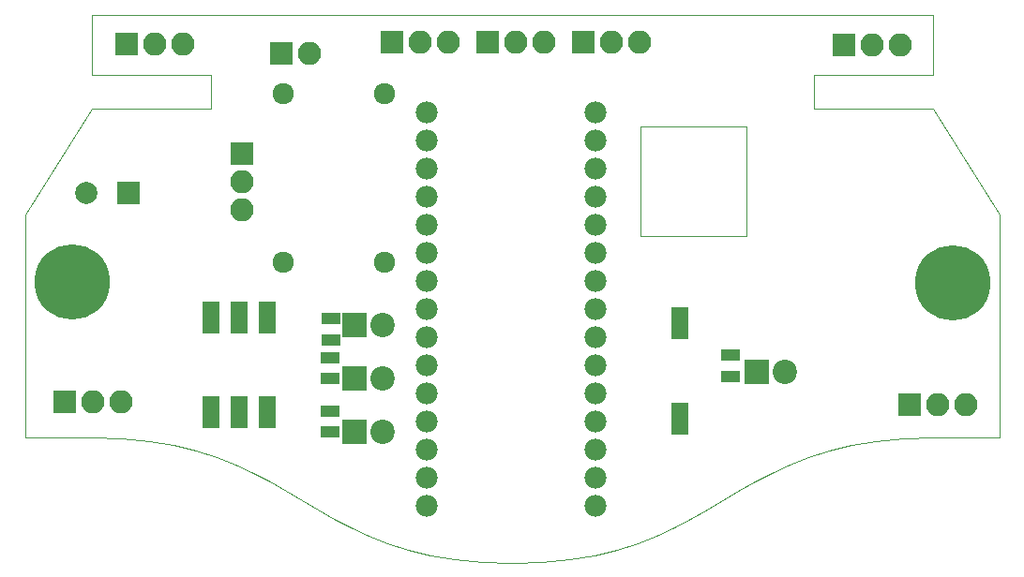
<source format=gts>
G04 #@! TF.FileFunction,Soldermask,Top*
%FSLAX46Y46*%
G04 Gerber Fmt 4.6, Leading zero omitted, Abs format (unit mm)*
G04 Created by KiCad (PCBNEW 4.0.7) date 11/19/18 15:24:20*
%MOMM*%
%LPD*%
G01*
G04 APERTURE LIST*
%ADD10C,0.100000*%
%ADD11R,1.520000X2.840000*%
%ADD12C,6.800000*%
%ADD13C,1.000000*%
%ADD14C,1.974800*%
%ADD15R,2.100000X2.100000*%
%ADD16O,2.100000X2.100000*%
%ADD17R,2.000000X2.000000*%
%ADD18C,2.000000*%
%ADD19R,2.200000X2.200000*%
%ADD20C,2.200000*%
%ADD21R,1.700000X1.100000*%
%ADD22C,1.924000*%
G04 APERTURE END LIST*
D10*
X61637263Y4929373D02*
X64496763Y6624314D01*
X82082253Y11450622D02*
X79370003Y11368426D01*
X76914253Y11133175D02*
X74686503Y10761875D01*
X65223532Y29662033D02*
X65223532Y39562033D01*
X55623532Y29662033D02*
X65223532Y29662033D01*
X72658253Y10271533D02*
X70801003Y9679154D01*
X69086253Y9001744D02*
X67485503Y8256310D01*
X23652503Y6629394D02*
X26512003Y4934453D01*
X82042586Y41161710D02*
X88082253Y31572482D01*
X79370003Y11368426D02*
X76914253Y11133175D01*
X88082253Y31572482D02*
X88082253Y11450622D01*
X74686503Y10761875D02*
X72658253Y10271533D01*
X70801003Y9679154D02*
X69086253Y9001744D01*
X65223532Y39562033D02*
X55623532Y39562033D01*
X82082253Y11450622D02*
X88082253Y11450622D01*
X55623532Y39562033D02*
X55623532Y29662033D01*
X8794503Y11368426D02*
X11250253Y11133175D01*
X38914253Y430671D02*
X41370003Y195420D01*
X32801003Y1884692D02*
X34658253Y1292313D01*
X19078253Y9001744D02*
X20679003Y8256310D01*
X17363503Y9679154D02*
X19078253Y9001744D01*
X82253Y11450622D02*
X6082253Y11450622D01*
X31086253Y2562102D02*
X32801003Y1884692D01*
X27970253Y4103988D02*
X29485503Y3307536D01*
X11250253Y11133175D02*
X13478003Y10761875D01*
X20679003Y8256310D02*
X22194253Y7459858D01*
X13478003Y10761875D02*
X15506253Y10271533D01*
X6082253Y11450622D02*
X8794503Y11368426D01*
X16882237Y41161710D02*
X6121394Y41161710D01*
X16882284Y44161773D02*
X16882237Y41161710D01*
X6121374Y49661668D02*
X6121420Y44161731D01*
X6121374Y49661668D02*
X82042581Y49661664D01*
X82042581Y49661664D02*
X82042592Y44161785D01*
X71282237Y41161710D02*
X82042586Y41161710D01*
X71282248Y44161776D02*
X71282237Y41161710D01*
X82253Y11450622D02*
X82253Y31573166D01*
X82253Y31573166D02*
X6121394Y41161710D01*
X67485503Y8256310D02*
X65970253Y7459858D01*
X65970253Y7459858D02*
X64495680Y6624320D01*
X16882284Y44161773D02*
X6121420Y44161731D01*
X61637263Y4929373D02*
X60179013Y4098908D01*
X57078253Y2562102D02*
X55363503Y1884692D01*
X41370003Y195420D02*
X44082253Y113224D01*
X22194253Y7459858D02*
X23652503Y6629394D01*
X60179013Y4098908D02*
X58679080Y3307080D01*
X58679003Y3307536D02*
X57078253Y2562102D01*
X55363503Y1884692D02*
X53506253Y1292313D01*
X29485503Y3307536D02*
X31086253Y2562102D01*
X53506253Y1292313D02*
X51478003Y801971D01*
X71282248Y44161776D02*
X82042592Y44161785D01*
X34658253Y1292313D02*
X36686503Y801971D01*
X51478003Y801971D02*
X49250253Y430671D01*
X26512003Y4934453D02*
X27970253Y4103988D01*
X49250253Y430671D02*
X46794503Y195420D01*
X46794503Y195420D02*
X44082253Y113224D01*
X36686503Y801971D02*
X38914253Y430671D01*
X15506253Y10271533D02*
X17363503Y9679154D01*
D11*
X16875760Y13703600D03*
X21955760Y22313600D03*
X19415760Y13703600D03*
X19415760Y22313600D03*
X21955760Y13703600D03*
X16875760Y22313600D03*
D12*
X4333240Y25455880D03*
D13*
X6733240Y25455880D03*
X6030296Y23758824D03*
X4333240Y23055880D03*
X2636184Y23758824D03*
X1933240Y25455880D03*
X2636184Y27152936D03*
X4333240Y27855880D03*
X6030296Y27152936D03*
D14*
X51628040Y40777160D03*
X36388040Y40777160D03*
X51628040Y38237160D03*
X36388040Y38237160D03*
X51628040Y35697160D03*
X36388040Y35697160D03*
X51628040Y33157160D03*
X36388040Y33157160D03*
X51628040Y30617160D03*
X36388040Y30617160D03*
X51628040Y28077160D03*
X36388040Y28077160D03*
X51628040Y25537160D03*
X36388040Y25537160D03*
X51628040Y22997160D03*
X36388040Y22997160D03*
X51628040Y20457160D03*
X36388040Y20457160D03*
X51628040Y17917160D03*
X36388040Y17917160D03*
X51628040Y15377160D03*
X36388040Y15377160D03*
X51628040Y12837160D03*
X36388040Y12837160D03*
X51628040Y10297160D03*
X36388040Y10297160D03*
X51628040Y7757160D03*
X36388040Y7757160D03*
X51628040Y5217160D03*
X36388040Y5217160D03*
D15*
X50510440Y47132240D03*
D16*
X53050440Y47132240D03*
X55590440Y47132240D03*
D17*
X9418480Y33568640D03*
D18*
X5618480Y33568640D03*
D19*
X29829760Y21615400D03*
D20*
X32369760Y21615400D03*
D19*
X29829760Y16769080D03*
D20*
X32369760Y16769080D03*
D19*
X29834840Y11973560D03*
D20*
X32374840Y11973560D03*
D19*
X66131440Y17332960D03*
D20*
X68671440Y17332960D03*
D15*
X9235440Y46974760D03*
D16*
X11775440Y46974760D03*
X14315440Y46974760D03*
D21*
X27711400Y20253920D03*
X27711400Y22153920D03*
X27640280Y18669000D03*
X27640280Y16769000D03*
X27599640Y13822760D03*
X27599640Y11922760D03*
X63825120Y18862080D03*
X63825120Y16962080D03*
D11*
X59197240Y13129560D03*
X59197240Y21739560D03*
D15*
X74056240Y46918880D03*
D16*
X76596240Y46918880D03*
X79136240Y46918880D03*
D15*
X23256240Y46161960D03*
D16*
X25796240Y46161960D03*
D15*
X3642360Y14681200D03*
D16*
X6182360Y14681200D03*
X8722360Y14681200D03*
D15*
X19705320Y37073840D03*
D16*
X19705320Y34533840D03*
X19705320Y31993840D03*
D15*
X79913480Y14422120D03*
D16*
X82453480Y14422120D03*
X84993480Y14422120D03*
D15*
X33192720Y47127160D03*
D16*
X35732720Y47127160D03*
X38272720Y47127160D03*
D15*
X41843960Y47142400D03*
D16*
X44383960Y47142400D03*
X46923960Y47142400D03*
D22*
X23373080Y42473880D03*
X32517080Y42473880D03*
X23373080Y27233880D03*
X32513080Y27233880D03*
D12*
X83850480Y25394920D03*
D13*
X86250480Y25394920D03*
X85547536Y23697864D03*
X83850480Y22994920D03*
X82153424Y23697864D03*
X81450480Y25394920D03*
X82153424Y27091976D03*
X83850480Y27794920D03*
X85547536Y27091976D03*
M02*

</source>
